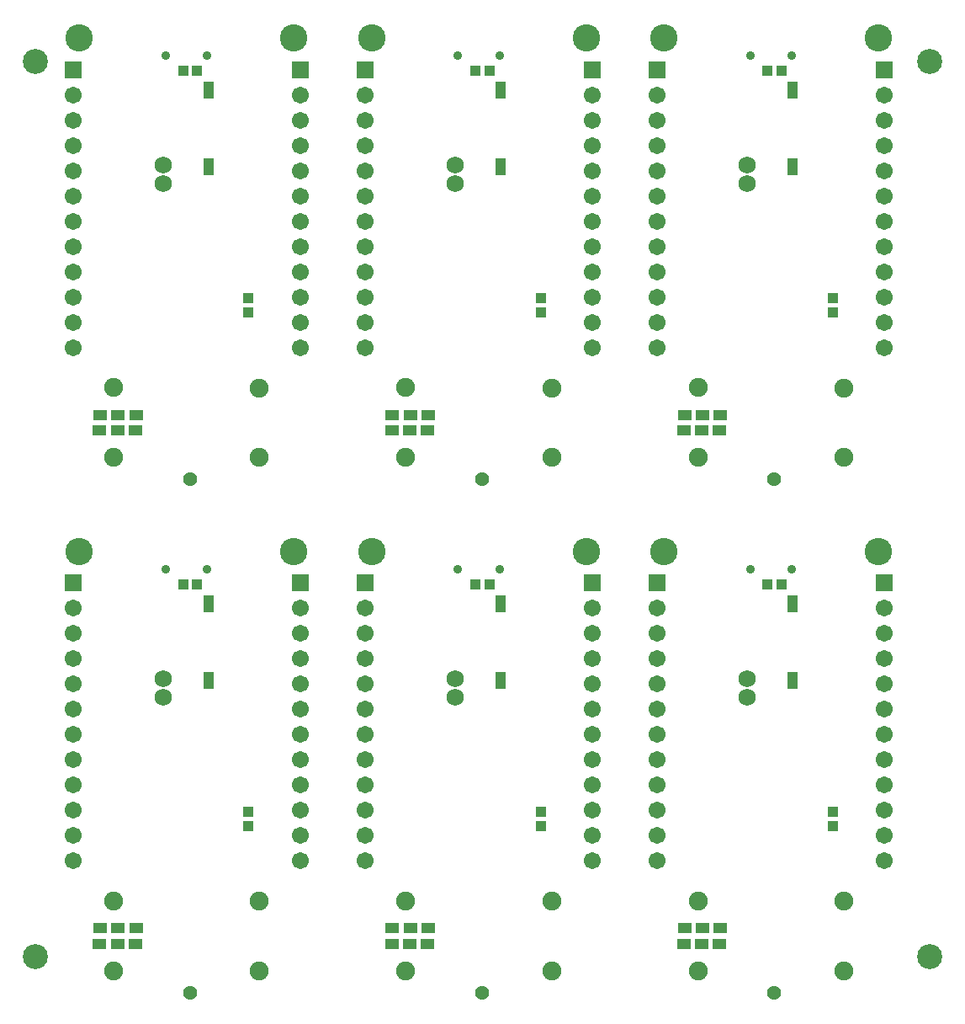
<source format=gbs>
G04*
G04 #@! TF.GenerationSoftware,Altium Limited,Altium Designer,19.0.10 (269)*
G04*
G04 Layer_Color=16711935*
%FSLAX25Y25*%
%MOIN*%
G70*
G01*
G75*
%ADD56R,0.03950X0.04343*%
%ADD57R,0.04343X0.03950*%
%ADD78C,0.09937*%
%ADD79C,0.05622*%
%ADD80C,0.06706*%
%ADD81R,0.06706X0.06706*%
%ADD82C,0.07493*%
%ADD83C,0.03556*%
%ADD84C,0.10800*%
%ADD85R,0.03950X0.06800*%
%ADD86C,0.06800*%
%ADD87R,0.05721X0.04147*%
D56*
X182159Y265425D02*
D03*
X176647D02*
D03*
X297907D02*
D03*
X292395D02*
D03*
X413655D02*
D03*
X408143D02*
D03*
X182159Y468673D02*
D03*
X176647D02*
D03*
X297907D02*
D03*
X292395D02*
D03*
X413655D02*
D03*
X408143D02*
D03*
D57*
X202453Y169819D02*
D03*
Y175331D02*
D03*
X318201Y169819D02*
D03*
Y175331D02*
D03*
X433949Y169819D02*
D03*
Y175331D02*
D03*
X202453Y373067D02*
D03*
Y378579D02*
D03*
X318201Y373067D02*
D03*
Y378579D02*
D03*
X433949Y373067D02*
D03*
Y378579D02*
D03*
D78*
X472441Y118110D02*
D03*
Y472441D02*
D03*
X118110Y118110D02*
D03*
Y472441D02*
D03*
D79*
X179353Y103825D02*
D03*
X295101D02*
D03*
X410849D02*
D03*
X179353Y307073D02*
D03*
X295101D02*
D03*
X410849D02*
D03*
D80*
X222953Y155925D02*
D03*
Y165925D02*
D03*
Y175925D02*
D03*
Y185925D02*
D03*
Y195925D02*
D03*
Y205925D02*
D03*
Y215925D02*
D03*
Y225925D02*
D03*
Y235925D02*
D03*
Y245925D02*
D03*
Y255925D02*
D03*
X132953Y155925D02*
D03*
Y165925D02*
D03*
Y175925D02*
D03*
Y185925D02*
D03*
Y195925D02*
D03*
Y205925D02*
D03*
Y215925D02*
D03*
Y225925D02*
D03*
Y235925D02*
D03*
Y245925D02*
D03*
Y255925D02*
D03*
X338701Y155925D02*
D03*
Y165925D02*
D03*
Y175925D02*
D03*
Y185925D02*
D03*
Y195925D02*
D03*
Y205925D02*
D03*
Y215925D02*
D03*
Y225925D02*
D03*
Y235925D02*
D03*
Y245925D02*
D03*
Y255925D02*
D03*
X248701Y155925D02*
D03*
Y165925D02*
D03*
Y175925D02*
D03*
Y185925D02*
D03*
Y195925D02*
D03*
Y205925D02*
D03*
Y215925D02*
D03*
Y225925D02*
D03*
Y235925D02*
D03*
Y245925D02*
D03*
Y255925D02*
D03*
X454449Y155925D02*
D03*
Y165925D02*
D03*
Y175925D02*
D03*
Y185925D02*
D03*
Y195925D02*
D03*
Y205925D02*
D03*
Y215925D02*
D03*
Y225925D02*
D03*
Y235925D02*
D03*
Y245925D02*
D03*
Y255925D02*
D03*
X364449Y155925D02*
D03*
Y165925D02*
D03*
Y175925D02*
D03*
Y185925D02*
D03*
Y195925D02*
D03*
Y205925D02*
D03*
Y215925D02*
D03*
Y225925D02*
D03*
Y235925D02*
D03*
Y245925D02*
D03*
Y255925D02*
D03*
X222953Y359173D02*
D03*
Y369173D02*
D03*
Y379173D02*
D03*
Y389173D02*
D03*
Y399173D02*
D03*
Y409173D02*
D03*
Y419173D02*
D03*
Y429173D02*
D03*
Y439173D02*
D03*
Y449173D02*
D03*
Y459173D02*
D03*
X132953Y359173D02*
D03*
Y369173D02*
D03*
Y379173D02*
D03*
Y389173D02*
D03*
Y399173D02*
D03*
Y409173D02*
D03*
Y419173D02*
D03*
Y429173D02*
D03*
Y439173D02*
D03*
Y449173D02*
D03*
Y459173D02*
D03*
X338701Y359173D02*
D03*
Y369173D02*
D03*
Y379173D02*
D03*
Y389173D02*
D03*
Y399173D02*
D03*
Y409173D02*
D03*
Y419173D02*
D03*
Y429173D02*
D03*
Y439173D02*
D03*
Y449173D02*
D03*
Y459173D02*
D03*
X248701Y359173D02*
D03*
Y369173D02*
D03*
Y379173D02*
D03*
Y389173D02*
D03*
Y399173D02*
D03*
Y409173D02*
D03*
Y419173D02*
D03*
Y429173D02*
D03*
Y439173D02*
D03*
Y449173D02*
D03*
Y459173D02*
D03*
X454449Y359173D02*
D03*
Y369173D02*
D03*
Y379173D02*
D03*
Y389173D02*
D03*
Y399173D02*
D03*
Y409173D02*
D03*
Y419173D02*
D03*
Y429173D02*
D03*
Y439173D02*
D03*
Y449173D02*
D03*
Y459173D02*
D03*
X364449Y359173D02*
D03*
Y369173D02*
D03*
Y379173D02*
D03*
Y389173D02*
D03*
Y399173D02*
D03*
Y409173D02*
D03*
Y419173D02*
D03*
Y429173D02*
D03*
Y439173D02*
D03*
Y449173D02*
D03*
Y459173D02*
D03*
D81*
X222953Y265925D02*
D03*
X132953D02*
D03*
X338701D02*
D03*
X248701D02*
D03*
X454449D02*
D03*
X364449D02*
D03*
X222953Y469173D02*
D03*
X132953D02*
D03*
X338701D02*
D03*
X248701D02*
D03*
X454449D02*
D03*
X364449D02*
D03*
D82*
X149053Y112525D02*
D03*
Y140084D02*
D03*
X206853Y112325D02*
D03*
Y139884D02*
D03*
X264801Y112525D02*
D03*
Y140084D02*
D03*
X322601Y112325D02*
D03*
Y139884D02*
D03*
X380549Y112525D02*
D03*
Y140084D02*
D03*
X438349Y112325D02*
D03*
Y139884D02*
D03*
X149053Y315773D02*
D03*
Y343332D02*
D03*
X206853Y315573D02*
D03*
Y343132D02*
D03*
X264801Y315773D02*
D03*
Y343332D02*
D03*
X322601Y315573D02*
D03*
Y343132D02*
D03*
X380549Y315773D02*
D03*
Y343332D02*
D03*
X438349Y315573D02*
D03*
Y343132D02*
D03*
D83*
X169783Y271280D02*
D03*
X186122D02*
D03*
X285532D02*
D03*
X301870D02*
D03*
X401280D02*
D03*
X417618D02*
D03*
X169783Y474528D02*
D03*
X186122D02*
D03*
X285532D02*
D03*
X301870D02*
D03*
X401280D02*
D03*
X417618D02*
D03*
D84*
X220453Y278425D02*
D03*
X135453D02*
D03*
X336201D02*
D03*
X251201D02*
D03*
X451949D02*
D03*
X366949D02*
D03*
X220453Y481673D02*
D03*
X135453D02*
D03*
X336201D02*
D03*
X251201D02*
D03*
X451949D02*
D03*
X366949D02*
D03*
D85*
X186535Y257832D02*
D03*
Y227320D02*
D03*
X302283Y257832D02*
D03*
Y227320D02*
D03*
X418031Y257832D02*
D03*
Y227320D02*
D03*
X186535Y461080D02*
D03*
Y430568D02*
D03*
X302283Y461080D02*
D03*
Y430568D02*
D03*
X418031Y461080D02*
D03*
Y430568D02*
D03*
D86*
X168653Y228025D02*
D03*
Y220725D02*
D03*
X284401Y228025D02*
D03*
Y220725D02*
D03*
X400149Y228025D02*
D03*
Y220725D02*
D03*
X168653Y431273D02*
D03*
Y423973D02*
D03*
X284401Y431273D02*
D03*
Y423973D02*
D03*
X400149Y431273D02*
D03*
Y423973D02*
D03*
D87*
X150853Y129225D02*
D03*
X143766D02*
D03*
X157953D02*
D03*
X150596Y123125D02*
D03*
X143509D02*
D03*
X157696D02*
D03*
X266601Y129225D02*
D03*
X259514D02*
D03*
X273701D02*
D03*
X266344Y123125D02*
D03*
X259258D02*
D03*
X273444D02*
D03*
X382349Y129225D02*
D03*
X375262D02*
D03*
X389449D02*
D03*
X382092Y123125D02*
D03*
X375006D02*
D03*
X389192D02*
D03*
X150853Y332473D02*
D03*
X143766D02*
D03*
X157953D02*
D03*
X150596Y326373D02*
D03*
X143509D02*
D03*
X157696D02*
D03*
X266601Y332473D02*
D03*
X259514D02*
D03*
X273701D02*
D03*
X266344Y326373D02*
D03*
X259258D02*
D03*
X273444D02*
D03*
X382349Y332473D02*
D03*
X375262D02*
D03*
X389449D02*
D03*
X382092Y326373D02*
D03*
X375006D02*
D03*
X389192D02*
D03*
M02*

</source>
